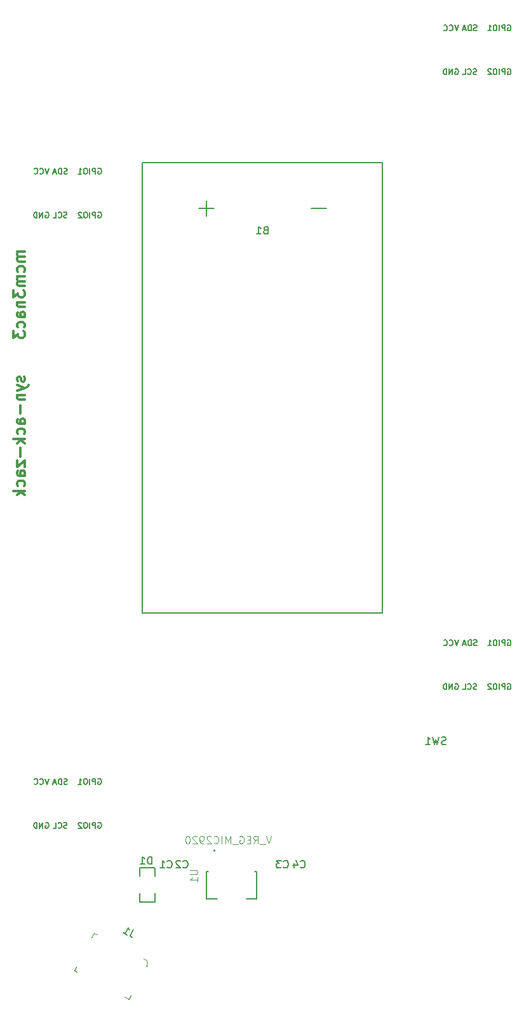
<source format=gbr>
G04 #@! TF.GenerationSoftware,KiCad,Pcbnew,(5.0.0-3-g5ebb6b6)*
G04 #@! TF.CreationDate,2019-05-30T13:54:23-04:00*
G04 #@! TF.ProjectId,HTHBadgeFinal,485448426164676546696E616C2E6B69,rev?*
G04 #@! TF.SameCoordinates,Original*
G04 #@! TF.FileFunction,Legend,Bot*
G04 #@! TF.FilePolarity,Positive*
%FSLAX46Y46*%
G04 Gerber Fmt 4.6, Leading zero omitted, Abs format (unit mm)*
G04 Created by KiCad (PCBNEW (5.0.0-3-g5ebb6b6)) date Thursday, May 30, 2019 at 01:54:23 PM*
%MOMM*%
%LPD*%
G01*
G04 APERTURE LIST*
%ADD10C,0.300000*%
%ADD11C,0.150000*%
%ADD12C,0.127000*%
%ADD13C,0.200000*%
%ADD14C,0.100000*%
%ADD15C,0.050000*%
G04 APERTURE END LIST*
D10*
X104178571Y-81821428D02*
X103178571Y-81821428D01*
X103321428Y-81821428D02*
X103250000Y-81892857D01*
X103178571Y-82035714D01*
X103178571Y-82250000D01*
X103250000Y-82392857D01*
X103392857Y-82464285D01*
X104178571Y-82464285D01*
X103392857Y-82464285D02*
X103250000Y-82535714D01*
X103178571Y-82678571D01*
X103178571Y-82892857D01*
X103250000Y-83035714D01*
X103392857Y-83107142D01*
X104178571Y-83107142D01*
X104107142Y-84464285D02*
X104178571Y-84321428D01*
X104178571Y-84035714D01*
X104107142Y-83892857D01*
X104035714Y-83821428D01*
X103892857Y-83750000D01*
X103464285Y-83750000D01*
X103321428Y-83821428D01*
X103250000Y-83892857D01*
X103178571Y-84035714D01*
X103178571Y-84321428D01*
X103250000Y-84464285D01*
X104178571Y-85107142D02*
X103178571Y-85107142D01*
X103321428Y-85107142D02*
X103250000Y-85178571D01*
X103178571Y-85321428D01*
X103178571Y-85535714D01*
X103250000Y-85678571D01*
X103392857Y-85750000D01*
X104178571Y-85750000D01*
X103392857Y-85750000D02*
X103250000Y-85821428D01*
X103178571Y-85964285D01*
X103178571Y-86178571D01*
X103250000Y-86321428D01*
X103392857Y-86392857D01*
X104178571Y-86392857D01*
X102678571Y-86964285D02*
X102678571Y-87892857D01*
X103250000Y-87392857D01*
X103250000Y-87607142D01*
X103321428Y-87750000D01*
X103392857Y-87821428D01*
X103535714Y-87892857D01*
X103892857Y-87892857D01*
X104035714Y-87821428D01*
X104107142Y-87750000D01*
X104178571Y-87607142D01*
X104178571Y-87178571D01*
X104107142Y-87035714D01*
X104035714Y-86964285D01*
X103178571Y-88535714D02*
X104178571Y-88535714D01*
X103321428Y-88535714D02*
X103250000Y-88607142D01*
X103178571Y-88750000D01*
X103178571Y-88964285D01*
X103250000Y-89107142D01*
X103392857Y-89178571D01*
X104178571Y-89178571D01*
X104178571Y-90535714D02*
X103392857Y-90535714D01*
X103250000Y-90464285D01*
X103178571Y-90321428D01*
X103178571Y-90035714D01*
X103250000Y-89892857D01*
X104107142Y-90535714D02*
X104178571Y-90392857D01*
X104178571Y-90035714D01*
X104107142Y-89892857D01*
X103964285Y-89821428D01*
X103821428Y-89821428D01*
X103678571Y-89892857D01*
X103607142Y-90035714D01*
X103607142Y-90392857D01*
X103535714Y-90535714D01*
X104107142Y-91892857D02*
X104178571Y-91750000D01*
X104178571Y-91464285D01*
X104107142Y-91321428D01*
X104035714Y-91250000D01*
X103892857Y-91178571D01*
X103464285Y-91178571D01*
X103321428Y-91250000D01*
X103250000Y-91321428D01*
X103178571Y-91464285D01*
X103178571Y-91750000D01*
X103250000Y-91892857D01*
X102678571Y-92392857D02*
X102678571Y-93321428D01*
X103250000Y-92821428D01*
X103250000Y-93035714D01*
X103321428Y-93178571D01*
X103392857Y-93250000D01*
X103535714Y-93321428D01*
X103892857Y-93321428D01*
X104035714Y-93250000D01*
X104107142Y-93178571D01*
X104178571Y-93035714D01*
X104178571Y-92607142D01*
X104107142Y-92464285D01*
X104035714Y-92392857D01*
X104107142Y-98464285D02*
X104178571Y-98607142D01*
X104178571Y-98892857D01*
X104107142Y-99035714D01*
X103964285Y-99107142D01*
X103892857Y-99107142D01*
X103750000Y-99035714D01*
X103678571Y-98892857D01*
X103678571Y-98678571D01*
X103607142Y-98535714D01*
X103464285Y-98464285D01*
X103392857Y-98464285D01*
X103250000Y-98535714D01*
X103178571Y-98678571D01*
X103178571Y-98892857D01*
X103250000Y-99035714D01*
X103178571Y-99607142D02*
X104178571Y-99964285D01*
X103178571Y-100321428D02*
X104178571Y-99964285D01*
X104535714Y-99821428D01*
X104607142Y-99750000D01*
X104678571Y-99607142D01*
X103178571Y-100892857D02*
X104178571Y-100892857D01*
X103321428Y-100892857D02*
X103250000Y-100964285D01*
X103178571Y-101107142D01*
X103178571Y-101321428D01*
X103250000Y-101464285D01*
X103392857Y-101535714D01*
X104178571Y-101535714D01*
X103607142Y-102250000D02*
X103607142Y-103392857D01*
X104178571Y-104750000D02*
X103392857Y-104750000D01*
X103250000Y-104678571D01*
X103178571Y-104535714D01*
X103178571Y-104250000D01*
X103250000Y-104107142D01*
X104107142Y-104750000D02*
X104178571Y-104607142D01*
X104178571Y-104250000D01*
X104107142Y-104107142D01*
X103964285Y-104035714D01*
X103821428Y-104035714D01*
X103678571Y-104107142D01*
X103607142Y-104250000D01*
X103607142Y-104607142D01*
X103535714Y-104750000D01*
X104107142Y-106107142D02*
X104178571Y-105964285D01*
X104178571Y-105678571D01*
X104107142Y-105535714D01*
X104035714Y-105464285D01*
X103892857Y-105392857D01*
X103464285Y-105392857D01*
X103321428Y-105464285D01*
X103250000Y-105535714D01*
X103178571Y-105678571D01*
X103178571Y-105964285D01*
X103250000Y-106107142D01*
X104178571Y-106750000D02*
X102678571Y-106750000D01*
X103607142Y-106892857D02*
X104178571Y-107321428D01*
X103178571Y-107321428D02*
X103750000Y-106750000D01*
X103607142Y-107964285D02*
X103607142Y-109107142D01*
X103178571Y-109678571D02*
X103178571Y-110464285D01*
X104178571Y-109678571D01*
X104178571Y-110464285D01*
X104178571Y-111678571D02*
X103392857Y-111678571D01*
X103250000Y-111607142D01*
X103178571Y-111464285D01*
X103178571Y-111178571D01*
X103250000Y-111035714D01*
X104107142Y-111678571D02*
X104178571Y-111535714D01*
X104178571Y-111178571D01*
X104107142Y-111035714D01*
X103964285Y-110964285D01*
X103821428Y-110964285D01*
X103678571Y-111035714D01*
X103607142Y-111178571D01*
X103607142Y-111535714D01*
X103535714Y-111678571D01*
X104107142Y-113035714D02*
X104178571Y-112892857D01*
X104178571Y-112607142D01*
X104107142Y-112464285D01*
X104035714Y-112392857D01*
X103892857Y-112321428D01*
X103464285Y-112321428D01*
X103321428Y-112392857D01*
X103250000Y-112464285D01*
X103178571Y-112607142D01*
X103178571Y-112892857D01*
X103250000Y-113035714D01*
X104178571Y-113678571D02*
X102678571Y-113678571D01*
X103607142Y-113821428D02*
X104178571Y-114250000D01*
X103178571Y-114250000D02*
X103750000Y-113678571D01*
D11*
G04 #@! TO.C,D1*
X119500000Y-165050000D02*
X119500000Y-163900000D01*
X119500000Y-163900000D02*
X121500000Y-163900000D01*
X121500000Y-163900000D02*
X121500000Y-165050000D01*
X121500000Y-167300000D02*
X121500000Y-168450000D01*
X121500000Y-168450000D02*
X119500000Y-168450000D01*
X119500000Y-168450000D02*
X119500000Y-167300000D01*
G04 #@! TO.C,B1*
X151860000Y-69920000D02*
X119860000Y-69920000D01*
X119860000Y-69920000D02*
X119860000Y-130010000D01*
X119860000Y-130010000D02*
X151860000Y-130010000D01*
X151860000Y-69920000D02*
X151860000Y-130010000D01*
X128360000Y-75010000D02*
X128360000Y-77010000D01*
X144360000Y-76010000D02*
X142360000Y-76010000D01*
X129360000Y-76010000D02*
X127360000Y-76010000D01*
D12*
G04 #@! TO.C,U1*
X129800000Y-168100000D02*
X128400000Y-168100000D01*
X128400000Y-168100000D02*
X128400000Y-164400000D01*
X128400000Y-164400000D02*
X128650000Y-164400000D01*
X133700000Y-168100000D02*
X135100000Y-168100000D01*
X135100000Y-168100000D02*
X135100000Y-164400000D01*
X135100000Y-164400000D02*
X134850000Y-164400000D01*
D13*
X129550000Y-161650000D02*
G75*
G03X129550000Y-161650000I-100000J0D01*
G01*
D14*
G04 #@! TO.C,J1*
X118284176Y-180959522D02*
X118030214Y-181447378D01*
X118030214Y-181447378D02*
X117453657Y-181147242D01*
X111033775Y-177128833D02*
X110756726Y-177661040D01*
X110756726Y-177661040D02*
X111111530Y-177845739D01*
X113832198Y-172835952D02*
X113388693Y-172605078D01*
X113388693Y-172605078D02*
X113065469Y-173225986D01*
X119996923Y-176045105D02*
X120396078Y-176252892D01*
X120396078Y-176252892D02*
X120500570Y-176701870D01*
X120500570Y-176701870D02*
X120362045Y-176967974D01*
X120362045Y-176967974D02*
X120495097Y-177037236D01*
G04 #@! TO.C,X3*
D11*
X161960000Y-51595285D02*
X161710000Y-52345285D01*
X161460000Y-51595285D01*
X160781428Y-52273857D02*
X160817142Y-52309571D01*
X160924285Y-52345285D01*
X160995714Y-52345285D01*
X161102857Y-52309571D01*
X161174285Y-52238142D01*
X161210000Y-52166714D01*
X161245714Y-52023857D01*
X161245714Y-51916714D01*
X161210000Y-51773857D01*
X161174285Y-51702428D01*
X161102857Y-51631000D01*
X160995714Y-51595285D01*
X160924285Y-51595285D01*
X160817142Y-51631000D01*
X160781428Y-51666714D01*
X160031428Y-52273857D02*
X160067142Y-52309571D01*
X160174285Y-52345285D01*
X160245714Y-52345285D01*
X160352857Y-52309571D01*
X160424285Y-52238142D01*
X160460000Y-52166714D01*
X160495714Y-52023857D01*
X160495714Y-51916714D01*
X160460000Y-51773857D01*
X160424285Y-51702428D01*
X160352857Y-51631000D01*
X160245714Y-51595285D01*
X160174285Y-51595285D01*
X160067142Y-51631000D01*
X160031428Y-51666714D01*
X161531428Y-57473000D02*
X161602857Y-57437285D01*
X161710000Y-57437285D01*
X161817142Y-57473000D01*
X161888571Y-57544428D01*
X161924285Y-57615857D01*
X161960000Y-57758714D01*
X161960000Y-57865857D01*
X161924285Y-58008714D01*
X161888571Y-58080142D01*
X161817142Y-58151571D01*
X161710000Y-58187285D01*
X161638571Y-58187285D01*
X161531428Y-58151571D01*
X161495714Y-58115857D01*
X161495714Y-57865857D01*
X161638571Y-57865857D01*
X161174285Y-58187285D02*
X161174285Y-57437285D01*
X160745714Y-58187285D01*
X160745714Y-57437285D01*
X160388571Y-58187285D02*
X160388571Y-57437285D01*
X160210000Y-57437285D01*
X160102857Y-57473000D01*
X160031428Y-57544428D01*
X159995714Y-57615857D01*
X159960000Y-57758714D01*
X159960000Y-57865857D01*
X159995714Y-58008714D01*
X160031428Y-58080142D01*
X160102857Y-58151571D01*
X160210000Y-58187285D01*
X160388571Y-58187285D01*
X164410714Y-52309571D02*
X164303571Y-52345285D01*
X164125000Y-52345285D01*
X164053571Y-52309571D01*
X164017857Y-52273857D01*
X163982142Y-52202428D01*
X163982142Y-52131000D01*
X164017857Y-52059571D01*
X164053571Y-52023857D01*
X164125000Y-51988142D01*
X164267857Y-51952428D01*
X164339285Y-51916714D01*
X164375000Y-51881000D01*
X164410714Y-51809571D01*
X164410714Y-51738142D01*
X164375000Y-51666714D01*
X164339285Y-51631000D01*
X164267857Y-51595285D01*
X164089285Y-51595285D01*
X163982142Y-51631000D01*
X163660714Y-52345285D02*
X163660714Y-51595285D01*
X163482142Y-51595285D01*
X163375000Y-51631000D01*
X163303571Y-51702428D01*
X163267857Y-51773857D01*
X163232142Y-51916714D01*
X163232142Y-52023857D01*
X163267857Y-52166714D01*
X163303571Y-52238142D01*
X163375000Y-52309571D01*
X163482142Y-52345285D01*
X163660714Y-52345285D01*
X162946428Y-52131000D02*
X162589285Y-52131000D01*
X163017857Y-52345285D02*
X162767857Y-51595285D01*
X162517857Y-52345285D01*
X164392857Y-58151571D02*
X164285714Y-58187285D01*
X164107142Y-58187285D01*
X164035714Y-58151571D01*
X164000000Y-58115857D01*
X163964285Y-58044428D01*
X163964285Y-57973000D01*
X164000000Y-57901571D01*
X164035714Y-57865857D01*
X164107142Y-57830142D01*
X164250000Y-57794428D01*
X164321428Y-57758714D01*
X164357142Y-57723000D01*
X164392857Y-57651571D01*
X164392857Y-57580142D01*
X164357142Y-57508714D01*
X164321428Y-57473000D01*
X164250000Y-57437285D01*
X164071428Y-57437285D01*
X163964285Y-57473000D01*
X163214285Y-58115857D02*
X163250000Y-58151571D01*
X163357142Y-58187285D01*
X163428571Y-58187285D01*
X163535714Y-58151571D01*
X163607142Y-58080142D01*
X163642857Y-58008714D01*
X163678571Y-57865857D01*
X163678571Y-57758714D01*
X163642857Y-57615857D01*
X163607142Y-57544428D01*
X163535714Y-57473000D01*
X163428571Y-57437285D01*
X163357142Y-57437285D01*
X163250000Y-57473000D01*
X163214285Y-57508714D01*
X162535714Y-58187285D02*
X162892857Y-58187285D01*
X162892857Y-57437285D01*
X168544142Y-57473000D02*
X168615571Y-57437285D01*
X168722714Y-57437285D01*
X168829857Y-57473000D01*
X168901285Y-57544428D01*
X168937000Y-57615857D01*
X168972714Y-57758714D01*
X168972714Y-57865857D01*
X168937000Y-58008714D01*
X168901285Y-58080142D01*
X168829857Y-58151571D01*
X168722714Y-58187285D01*
X168651285Y-58187285D01*
X168544142Y-58151571D01*
X168508428Y-58115857D01*
X168508428Y-57865857D01*
X168651285Y-57865857D01*
X168187000Y-58187285D02*
X168187000Y-57437285D01*
X167901285Y-57437285D01*
X167829857Y-57473000D01*
X167794142Y-57508714D01*
X167758428Y-57580142D01*
X167758428Y-57687285D01*
X167794142Y-57758714D01*
X167829857Y-57794428D01*
X167901285Y-57830142D01*
X168187000Y-57830142D01*
X167437000Y-58187285D02*
X167437000Y-57437285D01*
X166937000Y-57437285D02*
X166794142Y-57437285D01*
X166722714Y-57473000D01*
X166651285Y-57544428D01*
X166615571Y-57687285D01*
X166615571Y-57937285D01*
X166651285Y-58080142D01*
X166722714Y-58151571D01*
X166794142Y-58187285D01*
X166937000Y-58187285D01*
X167008428Y-58151571D01*
X167079857Y-58080142D01*
X167115571Y-57937285D01*
X167115571Y-57687285D01*
X167079857Y-57544428D01*
X167008428Y-57473000D01*
X166937000Y-57437285D01*
X166329857Y-57508714D02*
X166294142Y-57473000D01*
X166222714Y-57437285D01*
X166044142Y-57437285D01*
X165972714Y-57473000D01*
X165937000Y-57508714D01*
X165901285Y-57580142D01*
X165901285Y-57651571D01*
X165937000Y-57758714D01*
X166365571Y-58187285D01*
X165901285Y-58187285D01*
X168544142Y-51631000D02*
X168615571Y-51595285D01*
X168722714Y-51595285D01*
X168829857Y-51631000D01*
X168901285Y-51702428D01*
X168937000Y-51773857D01*
X168972714Y-51916714D01*
X168972714Y-52023857D01*
X168937000Y-52166714D01*
X168901285Y-52238142D01*
X168829857Y-52309571D01*
X168722714Y-52345285D01*
X168651285Y-52345285D01*
X168544142Y-52309571D01*
X168508428Y-52273857D01*
X168508428Y-52023857D01*
X168651285Y-52023857D01*
X168187000Y-52345285D02*
X168187000Y-51595285D01*
X167901285Y-51595285D01*
X167829857Y-51631000D01*
X167794142Y-51666714D01*
X167758428Y-51738142D01*
X167758428Y-51845285D01*
X167794142Y-51916714D01*
X167829857Y-51952428D01*
X167901285Y-51988142D01*
X168187000Y-51988142D01*
X167437000Y-52345285D02*
X167437000Y-51595285D01*
X166937000Y-51595285D02*
X166794142Y-51595285D01*
X166722714Y-51631000D01*
X166651285Y-51702428D01*
X166615571Y-51845285D01*
X166615571Y-52095285D01*
X166651285Y-52238142D01*
X166722714Y-52309571D01*
X166794142Y-52345285D01*
X166937000Y-52345285D01*
X167008428Y-52309571D01*
X167079857Y-52238142D01*
X167115571Y-52095285D01*
X167115571Y-51845285D01*
X167079857Y-51702428D01*
X167008428Y-51631000D01*
X166937000Y-51595285D01*
X165901285Y-52345285D02*
X166329857Y-52345285D01*
X166115571Y-52345285D02*
X166115571Y-51595285D01*
X166187000Y-51702428D01*
X166258428Y-51773857D01*
X166329857Y-51809571D01*
G04 #@! TO.C,X2*
X107360000Y-70695285D02*
X107110000Y-71445285D01*
X106860000Y-70695285D01*
X106181428Y-71373857D02*
X106217142Y-71409571D01*
X106324285Y-71445285D01*
X106395714Y-71445285D01*
X106502857Y-71409571D01*
X106574285Y-71338142D01*
X106610000Y-71266714D01*
X106645714Y-71123857D01*
X106645714Y-71016714D01*
X106610000Y-70873857D01*
X106574285Y-70802428D01*
X106502857Y-70731000D01*
X106395714Y-70695285D01*
X106324285Y-70695285D01*
X106217142Y-70731000D01*
X106181428Y-70766714D01*
X105431428Y-71373857D02*
X105467142Y-71409571D01*
X105574285Y-71445285D01*
X105645714Y-71445285D01*
X105752857Y-71409571D01*
X105824285Y-71338142D01*
X105860000Y-71266714D01*
X105895714Y-71123857D01*
X105895714Y-71016714D01*
X105860000Y-70873857D01*
X105824285Y-70802428D01*
X105752857Y-70731000D01*
X105645714Y-70695285D01*
X105574285Y-70695285D01*
X105467142Y-70731000D01*
X105431428Y-70766714D01*
X106931428Y-76573000D02*
X107002857Y-76537285D01*
X107110000Y-76537285D01*
X107217142Y-76573000D01*
X107288571Y-76644428D01*
X107324285Y-76715857D01*
X107360000Y-76858714D01*
X107360000Y-76965857D01*
X107324285Y-77108714D01*
X107288571Y-77180142D01*
X107217142Y-77251571D01*
X107110000Y-77287285D01*
X107038571Y-77287285D01*
X106931428Y-77251571D01*
X106895714Y-77215857D01*
X106895714Y-76965857D01*
X107038571Y-76965857D01*
X106574285Y-77287285D02*
X106574285Y-76537285D01*
X106145714Y-77287285D01*
X106145714Y-76537285D01*
X105788571Y-77287285D02*
X105788571Y-76537285D01*
X105610000Y-76537285D01*
X105502857Y-76573000D01*
X105431428Y-76644428D01*
X105395714Y-76715857D01*
X105360000Y-76858714D01*
X105360000Y-76965857D01*
X105395714Y-77108714D01*
X105431428Y-77180142D01*
X105502857Y-77251571D01*
X105610000Y-77287285D01*
X105788571Y-77287285D01*
X109810714Y-71409571D02*
X109703571Y-71445285D01*
X109525000Y-71445285D01*
X109453571Y-71409571D01*
X109417857Y-71373857D01*
X109382142Y-71302428D01*
X109382142Y-71231000D01*
X109417857Y-71159571D01*
X109453571Y-71123857D01*
X109525000Y-71088142D01*
X109667857Y-71052428D01*
X109739285Y-71016714D01*
X109775000Y-70981000D01*
X109810714Y-70909571D01*
X109810714Y-70838142D01*
X109775000Y-70766714D01*
X109739285Y-70731000D01*
X109667857Y-70695285D01*
X109489285Y-70695285D01*
X109382142Y-70731000D01*
X109060714Y-71445285D02*
X109060714Y-70695285D01*
X108882142Y-70695285D01*
X108775000Y-70731000D01*
X108703571Y-70802428D01*
X108667857Y-70873857D01*
X108632142Y-71016714D01*
X108632142Y-71123857D01*
X108667857Y-71266714D01*
X108703571Y-71338142D01*
X108775000Y-71409571D01*
X108882142Y-71445285D01*
X109060714Y-71445285D01*
X108346428Y-71231000D02*
X107989285Y-71231000D01*
X108417857Y-71445285D02*
X108167857Y-70695285D01*
X107917857Y-71445285D01*
X109792857Y-77251571D02*
X109685714Y-77287285D01*
X109507142Y-77287285D01*
X109435714Y-77251571D01*
X109400000Y-77215857D01*
X109364285Y-77144428D01*
X109364285Y-77073000D01*
X109400000Y-77001571D01*
X109435714Y-76965857D01*
X109507142Y-76930142D01*
X109650000Y-76894428D01*
X109721428Y-76858714D01*
X109757142Y-76823000D01*
X109792857Y-76751571D01*
X109792857Y-76680142D01*
X109757142Y-76608714D01*
X109721428Y-76573000D01*
X109650000Y-76537285D01*
X109471428Y-76537285D01*
X109364285Y-76573000D01*
X108614285Y-77215857D02*
X108650000Y-77251571D01*
X108757142Y-77287285D01*
X108828571Y-77287285D01*
X108935714Y-77251571D01*
X109007142Y-77180142D01*
X109042857Y-77108714D01*
X109078571Y-76965857D01*
X109078571Y-76858714D01*
X109042857Y-76715857D01*
X109007142Y-76644428D01*
X108935714Y-76573000D01*
X108828571Y-76537285D01*
X108757142Y-76537285D01*
X108650000Y-76573000D01*
X108614285Y-76608714D01*
X107935714Y-77287285D02*
X108292857Y-77287285D01*
X108292857Y-76537285D01*
X113944142Y-76573000D02*
X114015571Y-76537285D01*
X114122714Y-76537285D01*
X114229857Y-76573000D01*
X114301285Y-76644428D01*
X114337000Y-76715857D01*
X114372714Y-76858714D01*
X114372714Y-76965857D01*
X114337000Y-77108714D01*
X114301285Y-77180142D01*
X114229857Y-77251571D01*
X114122714Y-77287285D01*
X114051285Y-77287285D01*
X113944142Y-77251571D01*
X113908428Y-77215857D01*
X113908428Y-76965857D01*
X114051285Y-76965857D01*
X113587000Y-77287285D02*
X113587000Y-76537285D01*
X113301285Y-76537285D01*
X113229857Y-76573000D01*
X113194142Y-76608714D01*
X113158428Y-76680142D01*
X113158428Y-76787285D01*
X113194142Y-76858714D01*
X113229857Y-76894428D01*
X113301285Y-76930142D01*
X113587000Y-76930142D01*
X112837000Y-77287285D02*
X112837000Y-76537285D01*
X112337000Y-76537285D02*
X112194142Y-76537285D01*
X112122714Y-76573000D01*
X112051285Y-76644428D01*
X112015571Y-76787285D01*
X112015571Y-77037285D01*
X112051285Y-77180142D01*
X112122714Y-77251571D01*
X112194142Y-77287285D01*
X112337000Y-77287285D01*
X112408428Y-77251571D01*
X112479857Y-77180142D01*
X112515571Y-77037285D01*
X112515571Y-76787285D01*
X112479857Y-76644428D01*
X112408428Y-76573000D01*
X112337000Y-76537285D01*
X111729857Y-76608714D02*
X111694142Y-76573000D01*
X111622714Y-76537285D01*
X111444142Y-76537285D01*
X111372714Y-76573000D01*
X111337000Y-76608714D01*
X111301285Y-76680142D01*
X111301285Y-76751571D01*
X111337000Y-76858714D01*
X111765571Y-77287285D01*
X111301285Y-77287285D01*
X113944142Y-70731000D02*
X114015571Y-70695285D01*
X114122714Y-70695285D01*
X114229857Y-70731000D01*
X114301285Y-70802428D01*
X114337000Y-70873857D01*
X114372714Y-71016714D01*
X114372714Y-71123857D01*
X114337000Y-71266714D01*
X114301285Y-71338142D01*
X114229857Y-71409571D01*
X114122714Y-71445285D01*
X114051285Y-71445285D01*
X113944142Y-71409571D01*
X113908428Y-71373857D01*
X113908428Y-71123857D01*
X114051285Y-71123857D01*
X113587000Y-71445285D02*
X113587000Y-70695285D01*
X113301285Y-70695285D01*
X113229857Y-70731000D01*
X113194142Y-70766714D01*
X113158428Y-70838142D01*
X113158428Y-70945285D01*
X113194142Y-71016714D01*
X113229857Y-71052428D01*
X113301285Y-71088142D01*
X113587000Y-71088142D01*
X112837000Y-71445285D02*
X112837000Y-70695285D01*
X112337000Y-70695285D02*
X112194142Y-70695285D01*
X112122714Y-70731000D01*
X112051285Y-70802428D01*
X112015571Y-70945285D01*
X112015571Y-71195285D01*
X112051285Y-71338142D01*
X112122714Y-71409571D01*
X112194142Y-71445285D01*
X112337000Y-71445285D01*
X112408428Y-71409571D01*
X112479857Y-71338142D01*
X112515571Y-71195285D01*
X112515571Y-70945285D01*
X112479857Y-70802428D01*
X112408428Y-70731000D01*
X112337000Y-70695285D01*
X111301285Y-71445285D02*
X111729857Y-71445285D01*
X111515571Y-71445285D02*
X111515571Y-70695285D01*
X111587000Y-70802428D01*
X111658428Y-70873857D01*
X111729857Y-70909571D01*
G04 #@! TO.C,X4*
X161960000Y-133545285D02*
X161710000Y-134295285D01*
X161460000Y-133545285D01*
X160781428Y-134223857D02*
X160817142Y-134259571D01*
X160924285Y-134295285D01*
X160995714Y-134295285D01*
X161102857Y-134259571D01*
X161174285Y-134188142D01*
X161210000Y-134116714D01*
X161245714Y-133973857D01*
X161245714Y-133866714D01*
X161210000Y-133723857D01*
X161174285Y-133652428D01*
X161102857Y-133581000D01*
X160995714Y-133545285D01*
X160924285Y-133545285D01*
X160817142Y-133581000D01*
X160781428Y-133616714D01*
X160031428Y-134223857D02*
X160067142Y-134259571D01*
X160174285Y-134295285D01*
X160245714Y-134295285D01*
X160352857Y-134259571D01*
X160424285Y-134188142D01*
X160460000Y-134116714D01*
X160495714Y-133973857D01*
X160495714Y-133866714D01*
X160460000Y-133723857D01*
X160424285Y-133652428D01*
X160352857Y-133581000D01*
X160245714Y-133545285D01*
X160174285Y-133545285D01*
X160067142Y-133581000D01*
X160031428Y-133616714D01*
X161531428Y-139423000D02*
X161602857Y-139387285D01*
X161710000Y-139387285D01*
X161817142Y-139423000D01*
X161888571Y-139494428D01*
X161924285Y-139565857D01*
X161960000Y-139708714D01*
X161960000Y-139815857D01*
X161924285Y-139958714D01*
X161888571Y-140030142D01*
X161817142Y-140101571D01*
X161710000Y-140137285D01*
X161638571Y-140137285D01*
X161531428Y-140101571D01*
X161495714Y-140065857D01*
X161495714Y-139815857D01*
X161638571Y-139815857D01*
X161174285Y-140137285D02*
X161174285Y-139387285D01*
X160745714Y-140137285D01*
X160745714Y-139387285D01*
X160388571Y-140137285D02*
X160388571Y-139387285D01*
X160210000Y-139387285D01*
X160102857Y-139423000D01*
X160031428Y-139494428D01*
X159995714Y-139565857D01*
X159960000Y-139708714D01*
X159960000Y-139815857D01*
X159995714Y-139958714D01*
X160031428Y-140030142D01*
X160102857Y-140101571D01*
X160210000Y-140137285D01*
X160388571Y-140137285D01*
X164410714Y-134259571D02*
X164303571Y-134295285D01*
X164125000Y-134295285D01*
X164053571Y-134259571D01*
X164017857Y-134223857D01*
X163982142Y-134152428D01*
X163982142Y-134081000D01*
X164017857Y-134009571D01*
X164053571Y-133973857D01*
X164125000Y-133938142D01*
X164267857Y-133902428D01*
X164339285Y-133866714D01*
X164375000Y-133831000D01*
X164410714Y-133759571D01*
X164410714Y-133688142D01*
X164375000Y-133616714D01*
X164339285Y-133581000D01*
X164267857Y-133545285D01*
X164089285Y-133545285D01*
X163982142Y-133581000D01*
X163660714Y-134295285D02*
X163660714Y-133545285D01*
X163482142Y-133545285D01*
X163375000Y-133581000D01*
X163303571Y-133652428D01*
X163267857Y-133723857D01*
X163232142Y-133866714D01*
X163232142Y-133973857D01*
X163267857Y-134116714D01*
X163303571Y-134188142D01*
X163375000Y-134259571D01*
X163482142Y-134295285D01*
X163660714Y-134295285D01*
X162946428Y-134081000D02*
X162589285Y-134081000D01*
X163017857Y-134295285D02*
X162767857Y-133545285D01*
X162517857Y-134295285D01*
X164392857Y-140101571D02*
X164285714Y-140137285D01*
X164107142Y-140137285D01*
X164035714Y-140101571D01*
X164000000Y-140065857D01*
X163964285Y-139994428D01*
X163964285Y-139923000D01*
X164000000Y-139851571D01*
X164035714Y-139815857D01*
X164107142Y-139780142D01*
X164250000Y-139744428D01*
X164321428Y-139708714D01*
X164357142Y-139673000D01*
X164392857Y-139601571D01*
X164392857Y-139530142D01*
X164357142Y-139458714D01*
X164321428Y-139423000D01*
X164250000Y-139387285D01*
X164071428Y-139387285D01*
X163964285Y-139423000D01*
X163214285Y-140065857D02*
X163250000Y-140101571D01*
X163357142Y-140137285D01*
X163428571Y-140137285D01*
X163535714Y-140101571D01*
X163607142Y-140030142D01*
X163642857Y-139958714D01*
X163678571Y-139815857D01*
X163678571Y-139708714D01*
X163642857Y-139565857D01*
X163607142Y-139494428D01*
X163535714Y-139423000D01*
X163428571Y-139387285D01*
X163357142Y-139387285D01*
X163250000Y-139423000D01*
X163214285Y-139458714D01*
X162535714Y-140137285D02*
X162892857Y-140137285D01*
X162892857Y-139387285D01*
X168544142Y-139423000D02*
X168615571Y-139387285D01*
X168722714Y-139387285D01*
X168829857Y-139423000D01*
X168901285Y-139494428D01*
X168937000Y-139565857D01*
X168972714Y-139708714D01*
X168972714Y-139815857D01*
X168937000Y-139958714D01*
X168901285Y-140030142D01*
X168829857Y-140101571D01*
X168722714Y-140137285D01*
X168651285Y-140137285D01*
X168544142Y-140101571D01*
X168508428Y-140065857D01*
X168508428Y-139815857D01*
X168651285Y-139815857D01*
X168187000Y-140137285D02*
X168187000Y-139387285D01*
X167901285Y-139387285D01*
X167829857Y-139423000D01*
X167794142Y-139458714D01*
X167758428Y-139530142D01*
X167758428Y-139637285D01*
X167794142Y-139708714D01*
X167829857Y-139744428D01*
X167901285Y-139780142D01*
X168187000Y-139780142D01*
X167437000Y-140137285D02*
X167437000Y-139387285D01*
X166937000Y-139387285D02*
X166794142Y-139387285D01*
X166722714Y-139423000D01*
X166651285Y-139494428D01*
X166615571Y-139637285D01*
X166615571Y-139887285D01*
X166651285Y-140030142D01*
X166722714Y-140101571D01*
X166794142Y-140137285D01*
X166937000Y-140137285D01*
X167008428Y-140101571D01*
X167079857Y-140030142D01*
X167115571Y-139887285D01*
X167115571Y-139637285D01*
X167079857Y-139494428D01*
X167008428Y-139423000D01*
X166937000Y-139387285D01*
X166329857Y-139458714D02*
X166294142Y-139423000D01*
X166222714Y-139387285D01*
X166044142Y-139387285D01*
X165972714Y-139423000D01*
X165937000Y-139458714D01*
X165901285Y-139530142D01*
X165901285Y-139601571D01*
X165937000Y-139708714D01*
X166365571Y-140137285D01*
X165901285Y-140137285D01*
X168544142Y-133581000D02*
X168615571Y-133545285D01*
X168722714Y-133545285D01*
X168829857Y-133581000D01*
X168901285Y-133652428D01*
X168937000Y-133723857D01*
X168972714Y-133866714D01*
X168972714Y-133973857D01*
X168937000Y-134116714D01*
X168901285Y-134188142D01*
X168829857Y-134259571D01*
X168722714Y-134295285D01*
X168651285Y-134295285D01*
X168544142Y-134259571D01*
X168508428Y-134223857D01*
X168508428Y-133973857D01*
X168651285Y-133973857D01*
X168187000Y-134295285D02*
X168187000Y-133545285D01*
X167901285Y-133545285D01*
X167829857Y-133581000D01*
X167794142Y-133616714D01*
X167758428Y-133688142D01*
X167758428Y-133795285D01*
X167794142Y-133866714D01*
X167829857Y-133902428D01*
X167901285Y-133938142D01*
X168187000Y-133938142D01*
X167437000Y-134295285D02*
X167437000Y-133545285D01*
X166937000Y-133545285D02*
X166794142Y-133545285D01*
X166722714Y-133581000D01*
X166651285Y-133652428D01*
X166615571Y-133795285D01*
X166615571Y-134045285D01*
X166651285Y-134188142D01*
X166722714Y-134259571D01*
X166794142Y-134295285D01*
X166937000Y-134295285D01*
X167008428Y-134259571D01*
X167079857Y-134188142D01*
X167115571Y-134045285D01*
X167115571Y-133795285D01*
X167079857Y-133652428D01*
X167008428Y-133581000D01*
X166937000Y-133545285D01*
X165901285Y-134295285D02*
X166329857Y-134295285D01*
X166115571Y-134295285D02*
X166115571Y-133545285D01*
X166187000Y-133652428D01*
X166258428Y-133723857D01*
X166329857Y-133759571D01*
G04 #@! TO.C,X1*
X107360000Y-152045285D02*
X107110000Y-152795285D01*
X106860000Y-152045285D01*
X106181428Y-152723857D02*
X106217142Y-152759571D01*
X106324285Y-152795285D01*
X106395714Y-152795285D01*
X106502857Y-152759571D01*
X106574285Y-152688142D01*
X106610000Y-152616714D01*
X106645714Y-152473857D01*
X106645714Y-152366714D01*
X106610000Y-152223857D01*
X106574285Y-152152428D01*
X106502857Y-152081000D01*
X106395714Y-152045285D01*
X106324285Y-152045285D01*
X106217142Y-152081000D01*
X106181428Y-152116714D01*
X105431428Y-152723857D02*
X105467142Y-152759571D01*
X105574285Y-152795285D01*
X105645714Y-152795285D01*
X105752857Y-152759571D01*
X105824285Y-152688142D01*
X105860000Y-152616714D01*
X105895714Y-152473857D01*
X105895714Y-152366714D01*
X105860000Y-152223857D01*
X105824285Y-152152428D01*
X105752857Y-152081000D01*
X105645714Y-152045285D01*
X105574285Y-152045285D01*
X105467142Y-152081000D01*
X105431428Y-152116714D01*
X106931428Y-157923000D02*
X107002857Y-157887285D01*
X107110000Y-157887285D01*
X107217142Y-157923000D01*
X107288571Y-157994428D01*
X107324285Y-158065857D01*
X107360000Y-158208714D01*
X107360000Y-158315857D01*
X107324285Y-158458714D01*
X107288571Y-158530142D01*
X107217142Y-158601571D01*
X107110000Y-158637285D01*
X107038571Y-158637285D01*
X106931428Y-158601571D01*
X106895714Y-158565857D01*
X106895714Y-158315857D01*
X107038571Y-158315857D01*
X106574285Y-158637285D02*
X106574285Y-157887285D01*
X106145714Y-158637285D01*
X106145714Y-157887285D01*
X105788571Y-158637285D02*
X105788571Y-157887285D01*
X105610000Y-157887285D01*
X105502857Y-157923000D01*
X105431428Y-157994428D01*
X105395714Y-158065857D01*
X105360000Y-158208714D01*
X105360000Y-158315857D01*
X105395714Y-158458714D01*
X105431428Y-158530142D01*
X105502857Y-158601571D01*
X105610000Y-158637285D01*
X105788571Y-158637285D01*
X109810714Y-152759571D02*
X109703571Y-152795285D01*
X109525000Y-152795285D01*
X109453571Y-152759571D01*
X109417857Y-152723857D01*
X109382142Y-152652428D01*
X109382142Y-152581000D01*
X109417857Y-152509571D01*
X109453571Y-152473857D01*
X109525000Y-152438142D01*
X109667857Y-152402428D01*
X109739285Y-152366714D01*
X109775000Y-152331000D01*
X109810714Y-152259571D01*
X109810714Y-152188142D01*
X109775000Y-152116714D01*
X109739285Y-152081000D01*
X109667857Y-152045285D01*
X109489285Y-152045285D01*
X109382142Y-152081000D01*
X109060714Y-152795285D02*
X109060714Y-152045285D01*
X108882142Y-152045285D01*
X108775000Y-152081000D01*
X108703571Y-152152428D01*
X108667857Y-152223857D01*
X108632142Y-152366714D01*
X108632142Y-152473857D01*
X108667857Y-152616714D01*
X108703571Y-152688142D01*
X108775000Y-152759571D01*
X108882142Y-152795285D01*
X109060714Y-152795285D01*
X108346428Y-152581000D02*
X107989285Y-152581000D01*
X108417857Y-152795285D02*
X108167857Y-152045285D01*
X107917857Y-152795285D01*
X109792857Y-158601571D02*
X109685714Y-158637285D01*
X109507142Y-158637285D01*
X109435714Y-158601571D01*
X109400000Y-158565857D01*
X109364285Y-158494428D01*
X109364285Y-158423000D01*
X109400000Y-158351571D01*
X109435714Y-158315857D01*
X109507142Y-158280142D01*
X109650000Y-158244428D01*
X109721428Y-158208714D01*
X109757142Y-158173000D01*
X109792857Y-158101571D01*
X109792857Y-158030142D01*
X109757142Y-157958714D01*
X109721428Y-157923000D01*
X109650000Y-157887285D01*
X109471428Y-157887285D01*
X109364285Y-157923000D01*
X108614285Y-158565857D02*
X108650000Y-158601571D01*
X108757142Y-158637285D01*
X108828571Y-158637285D01*
X108935714Y-158601571D01*
X109007142Y-158530142D01*
X109042857Y-158458714D01*
X109078571Y-158315857D01*
X109078571Y-158208714D01*
X109042857Y-158065857D01*
X109007142Y-157994428D01*
X108935714Y-157923000D01*
X108828571Y-157887285D01*
X108757142Y-157887285D01*
X108650000Y-157923000D01*
X108614285Y-157958714D01*
X107935714Y-158637285D02*
X108292857Y-158637285D01*
X108292857Y-157887285D01*
X113944142Y-157923000D02*
X114015571Y-157887285D01*
X114122714Y-157887285D01*
X114229857Y-157923000D01*
X114301285Y-157994428D01*
X114337000Y-158065857D01*
X114372714Y-158208714D01*
X114372714Y-158315857D01*
X114337000Y-158458714D01*
X114301285Y-158530142D01*
X114229857Y-158601571D01*
X114122714Y-158637285D01*
X114051285Y-158637285D01*
X113944142Y-158601571D01*
X113908428Y-158565857D01*
X113908428Y-158315857D01*
X114051285Y-158315857D01*
X113587000Y-158637285D02*
X113587000Y-157887285D01*
X113301285Y-157887285D01*
X113229857Y-157923000D01*
X113194142Y-157958714D01*
X113158428Y-158030142D01*
X113158428Y-158137285D01*
X113194142Y-158208714D01*
X113229857Y-158244428D01*
X113301285Y-158280142D01*
X113587000Y-158280142D01*
X112837000Y-158637285D02*
X112837000Y-157887285D01*
X112337000Y-157887285D02*
X112194142Y-157887285D01*
X112122714Y-157923000D01*
X112051285Y-157994428D01*
X112015571Y-158137285D01*
X112015571Y-158387285D01*
X112051285Y-158530142D01*
X112122714Y-158601571D01*
X112194142Y-158637285D01*
X112337000Y-158637285D01*
X112408428Y-158601571D01*
X112479857Y-158530142D01*
X112515571Y-158387285D01*
X112515571Y-158137285D01*
X112479857Y-157994428D01*
X112408428Y-157923000D01*
X112337000Y-157887285D01*
X111729857Y-157958714D02*
X111694142Y-157923000D01*
X111622714Y-157887285D01*
X111444142Y-157887285D01*
X111372714Y-157923000D01*
X111337000Y-157958714D01*
X111301285Y-158030142D01*
X111301285Y-158101571D01*
X111337000Y-158208714D01*
X111765571Y-158637285D01*
X111301285Y-158637285D01*
X113944142Y-152081000D02*
X114015571Y-152045285D01*
X114122714Y-152045285D01*
X114229857Y-152081000D01*
X114301285Y-152152428D01*
X114337000Y-152223857D01*
X114372714Y-152366714D01*
X114372714Y-152473857D01*
X114337000Y-152616714D01*
X114301285Y-152688142D01*
X114229857Y-152759571D01*
X114122714Y-152795285D01*
X114051285Y-152795285D01*
X113944142Y-152759571D01*
X113908428Y-152723857D01*
X113908428Y-152473857D01*
X114051285Y-152473857D01*
X113587000Y-152795285D02*
X113587000Y-152045285D01*
X113301285Y-152045285D01*
X113229857Y-152081000D01*
X113194142Y-152116714D01*
X113158428Y-152188142D01*
X113158428Y-152295285D01*
X113194142Y-152366714D01*
X113229857Y-152402428D01*
X113301285Y-152438142D01*
X113587000Y-152438142D01*
X112837000Y-152795285D02*
X112837000Y-152045285D01*
X112337000Y-152045285D02*
X112194142Y-152045285D01*
X112122714Y-152081000D01*
X112051285Y-152152428D01*
X112015571Y-152295285D01*
X112015571Y-152545285D01*
X112051285Y-152688142D01*
X112122714Y-152759571D01*
X112194142Y-152795285D01*
X112337000Y-152795285D01*
X112408428Y-152759571D01*
X112479857Y-152688142D01*
X112515571Y-152545285D01*
X112515571Y-152295285D01*
X112479857Y-152152428D01*
X112408428Y-152081000D01*
X112337000Y-152045285D01*
X111301285Y-152795285D02*
X111729857Y-152795285D01*
X111515571Y-152795285D02*
X111515571Y-152045285D01*
X111587000Y-152152428D01*
X111658428Y-152223857D01*
X111729857Y-152259571D01*
G04 #@! TO.C,D1*
X121108095Y-163442380D02*
X121108095Y-162442380D01*
X120870000Y-162442380D01*
X120727142Y-162490000D01*
X120631904Y-162585238D01*
X120584285Y-162680476D01*
X120536666Y-162870952D01*
X120536666Y-163013809D01*
X120584285Y-163204285D01*
X120631904Y-163299523D01*
X120727142Y-163394761D01*
X120870000Y-163442380D01*
X121108095Y-163442380D01*
X119584285Y-163442380D02*
X120155714Y-163442380D01*
X119870000Y-163442380D02*
X119870000Y-162442380D01*
X119965238Y-162585238D01*
X120060476Y-162680476D01*
X120155714Y-162728095D01*
G04 #@! TO.C,C4*
X140916666Y-163857142D02*
X140964285Y-163904761D01*
X141107142Y-163952380D01*
X141202380Y-163952380D01*
X141345238Y-163904761D01*
X141440476Y-163809523D01*
X141488095Y-163714285D01*
X141535714Y-163523809D01*
X141535714Y-163380952D01*
X141488095Y-163190476D01*
X141440476Y-163095238D01*
X141345238Y-163000000D01*
X141202380Y-162952380D01*
X141107142Y-162952380D01*
X140964285Y-163000000D01*
X140916666Y-163047619D01*
X140059523Y-163285714D02*
X140059523Y-163952380D01*
X140297619Y-162904761D02*
X140535714Y-163619047D01*
X139916666Y-163619047D01*
G04 #@! TO.C,C3*
X138666666Y-163857142D02*
X138714285Y-163904761D01*
X138857142Y-163952380D01*
X138952380Y-163952380D01*
X139095238Y-163904761D01*
X139190476Y-163809523D01*
X139238095Y-163714285D01*
X139285714Y-163523809D01*
X139285714Y-163380952D01*
X139238095Y-163190476D01*
X139190476Y-163095238D01*
X139095238Y-163000000D01*
X138952380Y-162952380D01*
X138857142Y-162952380D01*
X138714285Y-163000000D01*
X138666666Y-163047619D01*
X138333333Y-162952380D02*
X137714285Y-162952380D01*
X138047619Y-163333333D01*
X137904761Y-163333333D01*
X137809523Y-163380952D01*
X137761904Y-163428571D01*
X137714285Y-163523809D01*
X137714285Y-163761904D01*
X137761904Y-163857142D01*
X137809523Y-163904761D01*
X137904761Y-163952380D01*
X138190476Y-163952380D01*
X138285714Y-163904761D01*
X138333333Y-163857142D01*
G04 #@! TO.C,C2*
X125266666Y-163857142D02*
X125314285Y-163904761D01*
X125457142Y-163952380D01*
X125552380Y-163952380D01*
X125695238Y-163904761D01*
X125790476Y-163809523D01*
X125838095Y-163714285D01*
X125885714Y-163523809D01*
X125885714Y-163380952D01*
X125838095Y-163190476D01*
X125790476Y-163095238D01*
X125695238Y-163000000D01*
X125552380Y-162952380D01*
X125457142Y-162952380D01*
X125314285Y-163000000D01*
X125266666Y-163047619D01*
X124885714Y-163047619D02*
X124838095Y-163000000D01*
X124742857Y-162952380D01*
X124504761Y-162952380D01*
X124409523Y-163000000D01*
X124361904Y-163047619D01*
X124314285Y-163142857D01*
X124314285Y-163238095D01*
X124361904Y-163380952D01*
X124933333Y-163952380D01*
X124314285Y-163952380D01*
G04 #@! TO.C,C1*
X123166666Y-163857142D02*
X123214285Y-163904761D01*
X123357142Y-163952380D01*
X123452380Y-163952380D01*
X123595238Y-163904761D01*
X123690476Y-163809523D01*
X123738095Y-163714285D01*
X123785714Y-163523809D01*
X123785714Y-163380952D01*
X123738095Y-163190476D01*
X123690476Y-163095238D01*
X123595238Y-163000000D01*
X123452380Y-162952380D01*
X123357142Y-162952380D01*
X123214285Y-163000000D01*
X123166666Y-163047619D01*
X122214285Y-163952380D02*
X122785714Y-163952380D01*
X122500000Y-163952380D02*
X122500000Y-162952380D01*
X122595238Y-163095238D01*
X122690476Y-163190476D01*
X122785714Y-163238095D01*
G04 #@! TO.C,SW1*
X160283333Y-147454761D02*
X160140476Y-147502380D01*
X159902380Y-147502380D01*
X159807142Y-147454761D01*
X159759523Y-147407142D01*
X159711904Y-147311904D01*
X159711904Y-147216666D01*
X159759523Y-147121428D01*
X159807142Y-147073809D01*
X159902380Y-147026190D01*
X160092857Y-146978571D01*
X160188095Y-146930952D01*
X160235714Y-146883333D01*
X160283333Y-146788095D01*
X160283333Y-146692857D01*
X160235714Y-146597619D01*
X160188095Y-146550000D01*
X160092857Y-146502380D01*
X159854761Y-146502380D01*
X159711904Y-146550000D01*
X159378571Y-146502380D02*
X159140476Y-147502380D01*
X158950000Y-146788095D01*
X158759523Y-147502380D01*
X158521428Y-146502380D01*
X157616666Y-147502380D02*
X158188095Y-147502380D01*
X157902380Y-147502380D02*
X157902380Y-146502380D01*
X157997619Y-146645238D01*
X158092857Y-146740476D01*
X158188095Y-146788095D01*
G04 #@! TO.C,B1*
X136264761Y-78938571D02*
X136121904Y-78986190D01*
X136074285Y-79033809D01*
X136026666Y-79129047D01*
X136026666Y-79271904D01*
X136074285Y-79367142D01*
X136121904Y-79414761D01*
X136217142Y-79462380D01*
X136598095Y-79462380D01*
X136598095Y-78462380D01*
X136264761Y-78462380D01*
X136169523Y-78510000D01*
X136121904Y-78557619D01*
X136074285Y-78652857D01*
X136074285Y-78748095D01*
X136121904Y-78843333D01*
X136169523Y-78890952D01*
X136264761Y-78938571D01*
X136598095Y-78938571D01*
X135074285Y-79462380D02*
X135645714Y-79462380D01*
X135360000Y-79462380D02*
X135360000Y-78462380D01*
X135455238Y-78605238D01*
X135550476Y-78700476D01*
X135645714Y-78748095D01*
G04 #@! TO.C,U1*
D15*
X126167380Y-164228095D02*
X126976904Y-164228095D01*
X127072142Y-164275714D01*
X127119761Y-164323333D01*
X127167380Y-164418571D01*
X127167380Y-164609047D01*
X127119761Y-164704285D01*
X127072142Y-164751904D01*
X126976904Y-164799523D01*
X126167380Y-164799523D01*
X127167380Y-165799523D02*
X127167380Y-165228095D01*
X127167380Y-165513809D02*
X126167380Y-165513809D01*
X126310238Y-165418571D01*
X126405476Y-165323333D01*
X126453095Y-165228095D01*
X137011904Y-159702380D02*
X136678571Y-160702380D01*
X136345238Y-159702380D01*
X136250000Y-160797619D02*
X135488095Y-160797619D01*
X134678571Y-160702380D02*
X135011904Y-160226190D01*
X135250000Y-160702380D02*
X135250000Y-159702380D01*
X134869047Y-159702380D01*
X134773809Y-159750000D01*
X134726190Y-159797619D01*
X134678571Y-159892857D01*
X134678571Y-160035714D01*
X134726190Y-160130952D01*
X134773809Y-160178571D01*
X134869047Y-160226190D01*
X135250000Y-160226190D01*
X134250000Y-160178571D02*
X133916666Y-160178571D01*
X133773809Y-160702380D02*
X134250000Y-160702380D01*
X134250000Y-159702380D01*
X133773809Y-159702380D01*
X132821428Y-159750000D02*
X132916666Y-159702380D01*
X133059523Y-159702380D01*
X133202380Y-159750000D01*
X133297619Y-159845238D01*
X133345238Y-159940476D01*
X133392857Y-160130952D01*
X133392857Y-160273809D01*
X133345238Y-160464285D01*
X133297619Y-160559523D01*
X133202380Y-160654761D01*
X133059523Y-160702380D01*
X132964285Y-160702380D01*
X132821428Y-160654761D01*
X132773809Y-160607142D01*
X132773809Y-160273809D01*
X132964285Y-160273809D01*
X132583333Y-160797619D02*
X131821428Y-160797619D01*
X131583333Y-160702380D02*
X131583333Y-159702380D01*
X131250000Y-160416666D01*
X130916666Y-159702380D01*
X130916666Y-160702380D01*
X130440476Y-160702380D02*
X130440476Y-159702380D01*
X129392857Y-160607142D02*
X129440476Y-160654761D01*
X129583333Y-160702380D01*
X129678571Y-160702380D01*
X129821428Y-160654761D01*
X129916666Y-160559523D01*
X129964285Y-160464285D01*
X130011904Y-160273809D01*
X130011904Y-160130952D01*
X129964285Y-159940476D01*
X129916666Y-159845238D01*
X129821428Y-159750000D01*
X129678571Y-159702380D01*
X129583333Y-159702380D01*
X129440476Y-159750000D01*
X129392857Y-159797619D01*
X129011904Y-159797619D02*
X128964285Y-159750000D01*
X128869047Y-159702380D01*
X128630952Y-159702380D01*
X128535714Y-159750000D01*
X128488095Y-159797619D01*
X128440476Y-159892857D01*
X128440476Y-159988095D01*
X128488095Y-160130952D01*
X129059523Y-160702380D01*
X128440476Y-160702380D01*
X127964285Y-160702380D02*
X127773809Y-160702380D01*
X127678571Y-160654761D01*
X127630952Y-160607142D01*
X127535714Y-160464285D01*
X127488095Y-160273809D01*
X127488095Y-159892857D01*
X127535714Y-159797619D01*
X127583333Y-159750000D01*
X127678571Y-159702380D01*
X127869047Y-159702380D01*
X127964285Y-159750000D01*
X128011904Y-159797619D01*
X128059523Y-159892857D01*
X128059523Y-160130952D01*
X128011904Y-160226190D01*
X127964285Y-160273809D01*
X127869047Y-160321428D01*
X127678571Y-160321428D01*
X127583333Y-160273809D01*
X127535714Y-160226190D01*
X127488095Y-160130952D01*
X127107142Y-159797619D02*
X127059523Y-159750000D01*
X126964285Y-159702380D01*
X126726190Y-159702380D01*
X126630952Y-159750000D01*
X126583333Y-159797619D01*
X126535714Y-159892857D01*
X126535714Y-159988095D01*
X126583333Y-160130952D01*
X127154761Y-160702380D01*
X126535714Y-160702380D01*
X125916666Y-159702380D02*
X125821428Y-159702380D01*
X125726190Y-159750000D01*
X125678571Y-159797619D01*
X125630952Y-159892857D01*
X125583333Y-160083333D01*
X125583333Y-160321428D01*
X125630952Y-160511904D01*
X125678571Y-160607142D01*
X125726190Y-160654761D01*
X125821428Y-160702380D01*
X125916666Y-160702380D01*
X126011904Y-160654761D01*
X126059523Y-160607142D01*
X126107142Y-160511904D01*
X126154761Y-160321428D01*
X126154761Y-160083333D01*
X126107142Y-159892857D01*
X126059523Y-159797619D01*
X126011904Y-159750000D01*
X125916666Y-159702380D01*
G04 #@! TO.C,J1*
D11*
X118612904Y-172170645D02*
X118283084Y-172804224D01*
X118259358Y-172952928D01*
X118299859Y-173081381D01*
X118404587Y-173189584D01*
X118489064Y-173233560D01*
X117264145Y-172595907D02*
X117771008Y-172859763D01*
X117517576Y-172727835D02*
X117979325Y-171840824D01*
X117997838Y-172011516D01*
X118038339Y-172139969D01*
X118100828Y-172226184D01*
G04 #@! TD*
M02*

</source>
